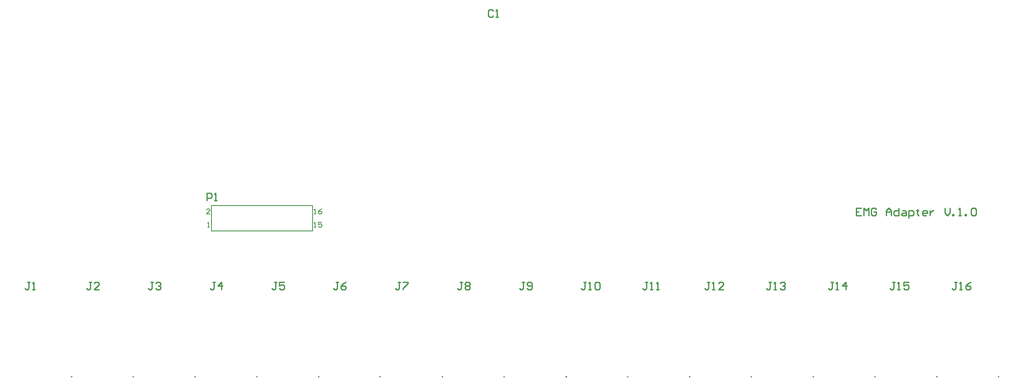
<source format=gto>
G04*
G04 #@! TF.GenerationSoftware,Altium Limited,Altium Designer,23.8.1 (32)*
G04*
G04 Layer_Color=65535*
%FSLAX44Y44*%
%MOMM*%
G71*
G04*
G04 #@! TF.SameCoordinates,2CD9F57F-E5B0-4E4F-9D8E-019A79B69F08*
G04*
G04*
G04 #@! TF.FilePolarity,Positive*
G04*
G01*
G75*
%ADD10C,0.1999*%
%ADD11C,0.2000*%
%ADD12C,0.2540*%
%ADD13C,0.1524*%
D10*
X1111110Y66482D02*
G03*
X1113109Y66482I1000J0D01*
G01*
D02*
G03*
X1111110Y66482I-1000J0D01*
G01*
X732650Y66581D02*
G03*
X734649Y66581I1000J0D01*
G01*
D02*
G03*
X732650Y66581I-1000J0D01*
G01*
X1990570D02*
G03*
X1992569Y66581I1000J0D01*
G01*
D02*
G03*
X1990570Y66581I-1000J0D01*
G01*
X1864840D02*
G03*
X1866839Y66581I1000J0D01*
G01*
D02*
G03*
X1864840Y66581I-1000J0D01*
G01*
X1739110D02*
G03*
X1741109Y66581I1000J0D01*
G01*
D02*
G03*
X1739110Y66581I-1000J0D01*
G01*
X1613380D02*
G03*
X1615379Y66581I1000J0D01*
G01*
D02*
G03*
X1613380Y66581I-1000J0D01*
G01*
X1487650D02*
G03*
X1489649Y66581I1000J0D01*
G01*
D02*
G03*
X1487650Y66581I-1000J0D01*
G01*
X1361920D02*
G03*
X1363919Y66581I1000J0D01*
G01*
D02*
G03*
X1361920Y66581I-1000J0D01*
G01*
X1236190D02*
G03*
X1238189Y66581I1000J0D01*
G01*
D02*
G03*
X1236190Y66581I-1000J0D01*
G01*
X984730D02*
G03*
X986729Y66581I1000J0D01*
G01*
D02*
G03*
X984730Y66581I-1000J0D01*
G01*
X859000D02*
G03*
X860999Y66581I1000J0D01*
G01*
D02*
G03*
X859000Y66581I-1000J0D01*
G01*
X607540D02*
G03*
X609539Y66581I1000J0D01*
G01*
D02*
G03*
X607540Y66581I-1000J0D01*
G01*
X481810D02*
G03*
X483809Y66581I1000J0D01*
G01*
D02*
G03*
X481810Y66581I-1000J0D01*
G01*
X356080D02*
G03*
X358079Y66581I1000J0D01*
G01*
D02*
G03*
X356080Y66581I-1000J0D01*
G01*
X230350D02*
G03*
X232349Y66581I1000J0D01*
G01*
D02*
G03*
X230350Y66581I-1000J0D01*
G01*
X105120D02*
G03*
X107119Y66581I1000J0D01*
G01*
D02*
G03*
X105120Y66581I-1000J0D01*
G01*
D11*
X596360Y362970D02*
Y415270D01*
X390160D02*
X596360D01*
X390160Y362970D02*
X596360D01*
X390160D02*
Y415270D01*
D12*
X1711957Y410203D02*
X1701800D01*
Y394968D01*
X1711957D01*
X1701800Y402586D02*
X1706878D01*
X1717035Y394968D02*
Y410203D01*
X1722113Y405125D01*
X1727192Y410203D01*
Y394968D01*
X1742427Y407664D02*
X1739888Y410203D01*
X1734809D01*
X1732270Y407664D01*
Y397508D01*
X1734809Y394968D01*
X1739888D01*
X1742427Y397508D01*
Y402586D01*
X1737348D01*
X1762740Y394968D02*
Y405125D01*
X1767819Y410203D01*
X1772897Y405125D01*
Y394968D01*
Y402586D01*
X1762740D01*
X1788132Y410203D02*
Y394968D01*
X1780515D01*
X1777975Y397508D01*
Y402586D01*
X1780515Y405125D01*
X1788132D01*
X1795750D02*
X1800828D01*
X1803367Y402586D01*
Y394968D01*
X1795750D01*
X1793210Y397508D01*
X1795750Y400047D01*
X1803367D01*
X1808445Y389890D02*
Y405125D01*
X1816063D01*
X1818602Y402586D01*
Y397508D01*
X1816063Y394968D01*
X1808445D01*
X1826220Y407664D02*
Y405125D01*
X1823681D01*
X1828759D01*
X1826220D01*
Y397508D01*
X1828759Y394968D01*
X1843994D02*
X1838916D01*
X1836376Y397508D01*
Y402586D01*
X1838916Y405125D01*
X1843994D01*
X1846533Y402586D01*
Y400047D01*
X1836376D01*
X1851611Y405125D02*
Y394968D01*
Y400047D01*
X1854151Y402586D01*
X1856690Y405125D01*
X1859229D01*
X1882082Y410203D02*
Y400047D01*
X1887160Y394968D01*
X1892238Y400047D01*
Y410203D01*
X1897317Y394968D02*
Y397508D01*
X1899856D01*
Y394968D01*
X1897317D01*
X1910013D02*
X1915091D01*
X1912552D01*
Y410203D01*
X1910013Y407664D01*
X1922708Y394968D02*
Y397508D01*
X1925248D01*
Y394968D01*
X1922708D01*
X1935404Y407664D02*
X1937944Y410203D01*
X1943022D01*
X1945561Y407664D01*
Y397508D01*
X1943022Y394968D01*
X1937944D01*
X1935404Y397508D01*
Y407664D01*
X1027419Y258813D02*
X1022340D01*
X1024880D01*
Y246117D01*
X1022340Y243578D01*
X1019801D01*
X1017262Y246117D01*
X1032497D02*
X1035036Y243578D01*
X1040115D01*
X1042654Y246117D01*
Y256274D01*
X1040115Y258813D01*
X1035036D01*
X1032497Y256274D01*
Y253735D01*
X1035036Y251196D01*
X1042654D01*
X648959Y258813D02*
X643880D01*
X646420D01*
Y246117D01*
X643880Y243578D01*
X641341D01*
X638802Y246117D01*
X664194Y258813D02*
X659115Y256274D01*
X654037Y251196D01*
Y246117D01*
X656576Y243578D01*
X661655D01*
X664194Y246117D01*
Y248656D01*
X661655Y251196D01*
X654037D01*
X381000Y425196D02*
Y440431D01*
X388618D01*
X391157Y437892D01*
Y432813D01*
X388618Y430274D01*
X381000D01*
X396235Y425196D02*
X401313D01*
X398774D01*
Y440431D01*
X396235Y437892D01*
X1906767Y258813D02*
X1901688D01*
X1904227D01*
Y246117D01*
X1901688Y243578D01*
X1899149D01*
X1896610Y246117D01*
X1911845Y243578D02*
X1916923D01*
X1914384D01*
Y258813D01*
X1911845Y256274D01*
X1934698Y258813D02*
X1929619Y256274D01*
X1924541Y251196D01*
Y246117D01*
X1927080Y243578D01*
X1932159D01*
X1934698Y246117D01*
Y248656D01*
X1932159Y251196D01*
X1924541D01*
X1781037Y258813D02*
X1775958D01*
X1778497D01*
Y246117D01*
X1775958Y243578D01*
X1773419D01*
X1770880Y246117D01*
X1786115Y243578D02*
X1791193D01*
X1788654D01*
Y258813D01*
X1786115Y256274D01*
X1808968Y258813D02*
X1798811D01*
Y251196D01*
X1803889Y253735D01*
X1806429D01*
X1808968Y251196D01*
Y246117D01*
X1806429Y243578D01*
X1801350D01*
X1798811Y246117D01*
X1655307Y258813D02*
X1650228D01*
X1652767D01*
Y246117D01*
X1650228Y243578D01*
X1647689D01*
X1645150Y246117D01*
X1660385Y243578D02*
X1665463D01*
X1662924D01*
Y258813D01*
X1660385Y256274D01*
X1680699Y243578D02*
Y258813D01*
X1673081Y251196D01*
X1683238D01*
X1529577Y258813D02*
X1524498D01*
X1527038D01*
Y246117D01*
X1524498Y243578D01*
X1521959D01*
X1519420Y246117D01*
X1534655Y243578D02*
X1539733D01*
X1537194D01*
Y258813D01*
X1534655Y256274D01*
X1547351D02*
X1549890Y258813D01*
X1554969D01*
X1557508Y256274D01*
Y253735D01*
X1554969Y251196D01*
X1552429D01*
X1554969D01*
X1557508Y248656D01*
Y246117D01*
X1554969Y243578D01*
X1549890D01*
X1547351Y246117D01*
X1403847Y258813D02*
X1398768D01*
X1401308D01*
Y246117D01*
X1398768Y243578D01*
X1396229D01*
X1393690Y246117D01*
X1408925Y243578D02*
X1414003D01*
X1411464D01*
Y258813D01*
X1408925Y256274D01*
X1431778Y243578D02*
X1421621D01*
X1431778Y253735D01*
Y256274D01*
X1429238Y258813D01*
X1424160D01*
X1421621Y256274D01*
X1278117Y258813D02*
X1273038D01*
X1275577D01*
Y246117D01*
X1273038Y243578D01*
X1270499D01*
X1267960Y246117D01*
X1283195Y243578D02*
X1288273D01*
X1285734D01*
Y258813D01*
X1283195Y256274D01*
X1295891Y243578D02*
X1300969D01*
X1298430D01*
Y258813D01*
X1295891Y256274D01*
X1152387Y258813D02*
X1147308D01*
X1149847D01*
Y246117D01*
X1147308Y243578D01*
X1144769D01*
X1142230Y246117D01*
X1157465Y243578D02*
X1162543D01*
X1160004D01*
Y258813D01*
X1157465Y256274D01*
X1170161D02*
X1172700Y258813D01*
X1177778D01*
X1180318Y256274D01*
Y246117D01*
X1177778Y243578D01*
X1172700D01*
X1170161Y246117D01*
Y256274D01*
X900927Y258813D02*
X895848D01*
X898388D01*
Y246117D01*
X895848Y243578D01*
X893309D01*
X890770Y246117D01*
X906005Y256274D02*
X908544Y258813D01*
X913623D01*
X916162Y256274D01*
Y253735D01*
X913623Y251196D01*
X916162Y248656D01*
Y246117D01*
X913623Y243578D01*
X908544D01*
X906005Y246117D01*
Y248656D01*
X908544Y251196D01*
X906005Y253735D01*
Y256274D01*
X908544Y251196D02*
X913623D01*
X775197Y258813D02*
X770118D01*
X772657D01*
Y246117D01*
X770118Y243578D01*
X767579D01*
X765040Y246117D01*
X780275Y258813D02*
X790432D01*
Y256274D01*
X780275Y246117D01*
Y243578D01*
X523737Y258813D02*
X518658D01*
X521198D01*
Y246117D01*
X518658Y243578D01*
X516119D01*
X513580Y246117D01*
X538972Y258813D02*
X528815D01*
Y251196D01*
X533893Y253735D01*
X536433D01*
X538972Y251196D01*
Y246117D01*
X536433Y243578D01*
X531354D01*
X528815Y246117D01*
X398007Y258813D02*
X392928D01*
X395467D01*
Y246117D01*
X392928Y243578D01*
X390389D01*
X387850Y246117D01*
X410703Y243578D02*
Y258813D01*
X403085Y251196D01*
X413242D01*
X272277Y258813D02*
X267198D01*
X269737D01*
Y246117D01*
X267198Y243578D01*
X264659D01*
X262120Y246117D01*
X277355Y256274D02*
X279894Y258813D01*
X284973D01*
X287512Y256274D01*
Y253735D01*
X284973Y251196D01*
X282433D01*
X284973D01*
X287512Y248656D01*
Y246117D01*
X284973Y243578D01*
X279894D01*
X277355Y246117D01*
X146547Y258813D02*
X141468D01*
X144008D01*
Y246117D01*
X141468Y243578D01*
X138929D01*
X136390Y246117D01*
X161782Y243578D02*
X151625D01*
X161782Y253735D01*
Y256274D01*
X159243Y258813D01*
X154164D01*
X151625Y256274D01*
X21333Y258821D02*
X16254D01*
X18793D01*
Y246125D01*
X16254Y243586D01*
X13715D01*
X11176Y246125D01*
X26411Y243586D02*
X31489D01*
X28950D01*
Y258821D01*
X26411Y256282D01*
X963927Y810764D02*
X961387Y813303D01*
X956309D01*
X953770Y810764D01*
Y800607D01*
X956309Y798068D01*
X961387D01*
X963927Y800607D01*
X969005Y798068D02*
X974083D01*
X971544D01*
Y813303D01*
X969005Y810764D01*
D13*
X386831Y398120D02*
X380060D01*
X386831Y404891D01*
Y406584D01*
X385138Y408277D01*
X381753D01*
X380060Y406584D01*
X383060Y371120D02*
X386446D01*
X384753D01*
Y381277D01*
X383060Y379584D01*
X599460Y371120D02*
X602846D01*
X601153D01*
Y381277D01*
X599460Y379584D01*
X614695Y381277D02*
X607924D01*
Y376198D01*
X611310Y377891D01*
X613002D01*
X614695Y376198D01*
Y372813D01*
X613002Y371120D01*
X609617D01*
X607924Y372813D01*
X599460Y398120D02*
X602846D01*
X601153D01*
Y408277D01*
X599460Y406584D01*
X614695Y408277D02*
X611310Y406584D01*
X607924Y403198D01*
Y399813D01*
X609617Y398120D01*
X613002D01*
X614695Y399813D01*
Y401506D01*
X613002Y403198D01*
X607924D01*
M02*

</source>
